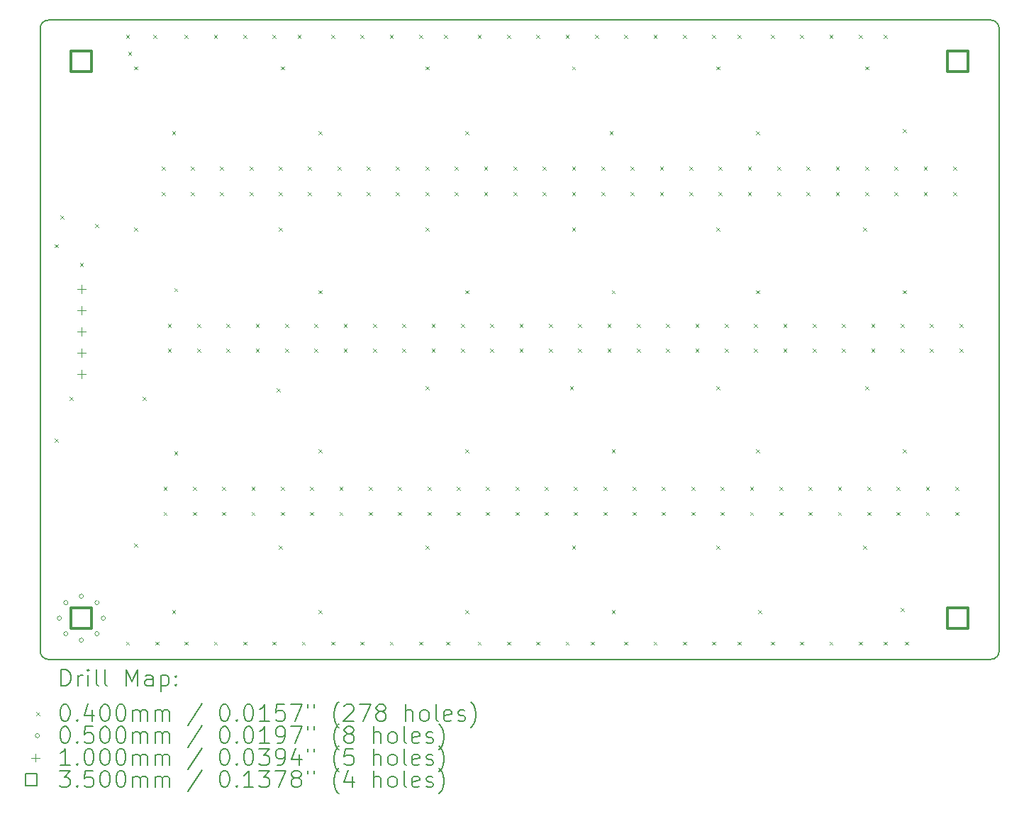
<source format=gbr>
%TF.GenerationSoftware,KiCad,Pcbnew,(6.0.7)*%
%TF.CreationDate,2022-11-11T00:26:03-08:00*%
%TF.ProjectId,LED_Board_s_,4c45445f-426f-4617-9264-5f735f2e6b69,rev?*%
%TF.SameCoordinates,Original*%
%TF.FileFunction,Drillmap*%
%TF.FilePolarity,Positive*%
%FSLAX45Y45*%
G04 Gerber Fmt 4.5, Leading zero omitted, Abs format (unit mm)*
G04 Created by KiCad (PCBNEW (6.0.7)) date 2022-11-11 00:26:03*
%MOMM*%
%LPD*%
G01*
G04 APERTURE LIST*
%ADD10C,0.150000*%
%ADD11C,0.200000*%
%ADD12C,0.040000*%
%ADD13C,0.050000*%
%ADD14C,0.100000*%
%ADD15C,0.350000*%
G04 APERTURE END LIST*
D10*
X26905789Y-9677289D02*
X26905789Y-17117289D01*
X26805789Y-17217289D02*
G75*
G03*
X26905789Y-17117289I1J99999D01*
G01*
X26905791Y-9677289D02*
G75*
G03*
X26805789Y-9577289I-100001J-1D01*
G01*
X15455791Y-17117289D02*
G75*
G03*
X15555789Y-17217289I99999J-1D01*
G01*
X15555789Y-9577289D02*
X26805789Y-9577289D01*
X26805789Y-17217289D02*
X15555789Y-17217289D01*
X15455789Y-9677289D02*
X15455789Y-17117289D01*
X15555789Y-9577289D02*
G75*
G03*
X15455789Y-9677289I1J-100001D01*
G01*
D11*
D12*
X15630000Y-12255000D02*
X15670000Y-12295000D01*
X15670000Y-12255000D02*
X15630000Y-12295000D01*
X15630000Y-14580000D02*
X15670000Y-14620000D01*
X15670000Y-14580000D02*
X15630000Y-14620000D01*
X15700000Y-11910000D02*
X15740000Y-11950000D01*
X15740000Y-11910000D02*
X15700000Y-11950000D01*
X15805000Y-14080000D02*
X15845000Y-14120000D01*
X15845000Y-14080000D02*
X15805000Y-14120000D01*
X15930000Y-12480000D02*
X15970000Y-12520000D01*
X15970000Y-12480000D02*
X15930000Y-12520000D01*
X16114375Y-12014375D02*
X16154375Y-12054375D01*
X16154375Y-12014375D02*
X16114375Y-12054375D01*
X16480000Y-9755000D02*
X16520000Y-9795000D01*
X16520000Y-9755000D02*
X16480000Y-9795000D01*
X16480000Y-17005000D02*
X16520000Y-17045000D01*
X16520000Y-17005000D02*
X16480000Y-17045000D01*
X16506461Y-9953539D02*
X16546461Y-9993539D01*
X16546461Y-9953539D02*
X16506461Y-9993539D01*
X16580000Y-10130000D02*
X16620000Y-10170000D01*
X16620000Y-10130000D02*
X16580000Y-10170000D01*
X16580000Y-12055000D02*
X16620000Y-12095000D01*
X16620000Y-12055000D02*
X16580000Y-12095000D01*
X16580000Y-15830000D02*
X16620000Y-15870000D01*
X16620000Y-15830000D02*
X16580000Y-15870000D01*
X16680000Y-14080000D02*
X16720000Y-14120000D01*
X16720000Y-14080000D02*
X16680000Y-14120000D01*
X16805000Y-9755000D02*
X16845000Y-9795000D01*
X16845000Y-9755000D02*
X16805000Y-9795000D01*
X16830000Y-17005000D02*
X16870000Y-17045000D01*
X16870000Y-17005000D02*
X16830000Y-17045000D01*
X16905000Y-11330000D02*
X16945000Y-11370000D01*
X16945000Y-11330000D02*
X16905000Y-11370000D01*
X16905000Y-11630000D02*
X16945000Y-11670000D01*
X16945000Y-11630000D02*
X16905000Y-11670000D01*
X16930000Y-15155000D02*
X16970000Y-15195000D01*
X16970000Y-15155000D02*
X16930000Y-15195000D01*
X16930000Y-15455000D02*
X16970000Y-15495000D01*
X16970000Y-15455000D02*
X16930000Y-15495000D01*
X16980000Y-13205000D02*
X17020000Y-13245000D01*
X17020000Y-13205000D02*
X16980000Y-13245000D01*
X16980000Y-13505000D02*
X17020000Y-13545000D01*
X17020000Y-13505000D02*
X16980000Y-13545000D01*
X17030000Y-10905000D02*
X17070000Y-10945000D01*
X17070000Y-10905000D02*
X17030000Y-10945000D01*
X17030000Y-16630000D02*
X17070000Y-16670000D01*
X17070000Y-16630000D02*
X17030000Y-16670000D01*
X17055000Y-12780000D02*
X17095000Y-12820000D01*
X17095000Y-12780000D02*
X17055000Y-12820000D01*
X17055000Y-14730000D02*
X17095000Y-14770000D01*
X17095000Y-14730000D02*
X17055000Y-14770000D01*
X17180000Y-9755000D02*
X17220000Y-9795000D01*
X17220000Y-9755000D02*
X17180000Y-9795000D01*
X17180000Y-17005000D02*
X17220000Y-17045000D01*
X17220000Y-17005000D02*
X17180000Y-17045000D01*
X17255000Y-11330000D02*
X17295000Y-11370000D01*
X17295000Y-11330000D02*
X17255000Y-11370000D01*
X17255000Y-11630000D02*
X17295000Y-11670000D01*
X17295000Y-11630000D02*
X17255000Y-11670000D01*
X17280000Y-15155000D02*
X17320000Y-15195000D01*
X17320000Y-15155000D02*
X17280000Y-15195000D01*
X17280000Y-15455000D02*
X17320000Y-15495000D01*
X17320000Y-15455000D02*
X17280000Y-15495000D01*
X17330000Y-13205000D02*
X17370000Y-13245000D01*
X17370000Y-13205000D02*
X17330000Y-13245000D01*
X17330000Y-13505000D02*
X17370000Y-13545000D01*
X17370000Y-13505000D02*
X17330000Y-13545000D01*
X17530000Y-9755000D02*
X17570000Y-9795000D01*
X17570000Y-9755000D02*
X17530000Y-9795000D01*
X17530000Y-17005000D02*
X17570000Y-17045000D01*
X17570000Y-17005000D02*
X17530000Y-17045000D01*
X17605000Y-11330000D02*
X17645000Y-11370000D01*
X17645000Y-11330000D02*
X17605000Y-11370000D01*
X17605000Y-11630000D02*
X17645000Y-11670000D01*
X17645000Y-11630000D02*
X17605000Y-11670000D01*
X17630000Y-15155000D02*
X17670000Y-15195000D01*
X17670000Y-15155000D02*
X17630000Y-15195000D01*
X17630000Y-15455000D02*
X17670000Y-15495000D01*
X17670000Y-15455000D02*
X17630000Y-15495000D01*
X17680000Y-13205000D02*
X17720000Y-13245000D01*
X17720000Y-13205000D02*
X17680000Y-13245000D01*
X17680000Y-13505000D02*
X17720000Y-13545000D01*
X17720000Y-13505000D02*
X17680000Y-13545000D01*
X17880000Y-9755000D02*
X17920000Y-9795000D01*
X17920000Y-9755000D02*
X17880000Y-9795000D01*
X17880000Y-17005000D02*
X17920000Y-17045000D01*
X17920000Y-17005000D02*
X17880000Y-17045000D01*
X17955000Y-11330000D02*
X17995000Y-11370000D01*
X17995000Y-11330000D02*
X17955000Y-11370000D01*
X17955000Y-11630000D02*
X17995000Y-11670000D01*
X17995000Y-11630000D02*
X17955000Y-11670000D01*
X17980000Y-15155000D02*
X18020000Y-15195000D01*
X18020000Y-15155000D02*
X17980000Y-15195000D01*
X17980000Y-15455000D02*
X18020000Y-15495000D01*
X18020000Y-15455000D02*
X17980000Y-15495000D01*
X18030000Y-13205000D02*
X18070000Y-13245000D01*
X18070000Y-13205000D02*
X18030000Y-13245000D01*
X18030000Y-13505000D02*
X18070000Y-13545000D01*
X18070000Y-13505000D02*
X18030000Y-13545000D01*
X18230000Y-9755000D02*
X18270000Y-9795000D01*
X18270000Y-9755000D02*
X18230000Y-9795000D01*
X18230000Y-17005000D02*
X18270000Y-17045000D01*
X18270000Y-17005000D02*
X18230000Y-17045000D01*
X18280000Y-13980000D02*
X18320000Y-14020000D01*
X18320000Y-13980000D02*
X18280000Y-14020000D01*
X18305000Y-11330000D02*
X18345000Y-11370000D01*
X18345000Y-11330000D02*
X18305000Y-11370000D01*
X18305000Y-11630000D02*
X18345000Y-11670000D01*
X18345000Y-11630000D02*
X18305000Y-11670000D01*
X18305000Y-12055000D02*
X18345000Y-12095000D01*
X18345000Y-12055000D02*
X18305000Y-12095000D01*
X18305000Y-15855000D02*
X18345000Y-15895000D01*
X18345000Y-15855000D02*
X18305000Y-15895000D01*
X18330000Y-10130000D02*
X18370000Y-10170000D01*
X18370000Y-10130000D02*
X18330000Y-10170000D01*
X18330000Y-15155000D02*
X18370000Y-15195000D01*
X18370000Y-15155000D02*
X18330000Y-15195000D01*
X18330000Y-15455000D02*
X18370000Y-15495000D01*
X18370000Y-15455000D02*
X18330000Y-15495000D01*
X18380000Y-13205000D02*
X18420000Y-13245000D01*
X18420000Y-13205000D02*
X18380000Y-13245000D01*
X18380000Y-13505000D02*
X18420000Y-13545000D01*
X18420000Y-13505000D02*
X18380000Y-13545000D01*
X18530000Y-9755000D02*
X18570000Y-9795000D01*
X18570000Y-9755000D02*
X18530000Y-9795000D01*
X18580000Y-17005000D02*
X18620000Y-17045000D01*
X18620000Y-17005000D02*
X18580000Y-17045000D01*
X18655000Y-11330000D02*
X18695000Y-11370000D01*
X18695000Y-11330000D02*
X18655000Y-11370000D01*
X18655000Y-11630000D02*
X18695000Y-11670000D01*
X18695000Y-11630000D02*
X18655000Y-11670000D01*
X18680000Y-15155000D02*
X18720000Y-15195000D01*
X18720000Y-15155000D02*
X18680000Y-15195000D01*
X18680000Y-15455000D02*
X18720000Y-15495000D01*
X18720000Y-15455000D02*
X18680000Y-15495000D01*
X18730000Y-13205000D02*
X18770000Y-13245000D01*
X18770000Y-13205000D02*
X18730000Y-13245000D01*
X18730000Y-13505000D02*
X18770000Y-13545000D01*
X18770000Y-13505000D02*
X18730000Y-13545000D01*
X18780000Y-10905000D02*
X18820000Y-10945000D01*
X18820000Y-10905000D02*
X18780000Y-10945000D01*
X18780000Y-12805000D02*
X18820000Y-12845000D01*
X18820000Y-12805000D02*
X18780000Y-12845000D01*
X18780000Y-14705000D02*
X18820000Y-14745000D01*
X18820000Y-14705000D02*
X18780000Y-14745000D01*
X18780000Y-16630000D02*
X18820000Y-16670000D01*
X18820000Y-16630000D02*
X18780000Y-16670000D01*
X18930000Y-9755000D02*
X18970000Y-9795000D01*
X18970000Y-9755000D02*
X18930000Y-9795000D01*
X18930000Y-17005000D02*
X18970000Y-17045000D01*
X18970000Y-17005000D02*
X18930000Y-17045000D01*
X19005000Y-11330000D02*
X19045000Y-11370000D01*
X19045000Y-11330000D02*
X19005000Y-11370000D01*
X19005000Y-11630000D02*
X19045000Y-11670000D01*
X19045000Y-11630000D02*
X19005000Y-11670000D01*
X19030000Y-15155000D02*
X19070000Y-15195000D01*
X19070000Y-15155000D02*
X19030000Y-15195000D01*
X19030000Y-15455000D02*
X19070000Y-15495000D01*
X19070000Y-15455000D02*
X19030000Y-15495000D01*
X19080000Y-13205000D02*
X19120000Y-13245000D01*
X19120000Y-13205000D02*
X19080000Y-13245000D01*
X19080000Y-13505000D02*
X19120000Y-13545000D01*
X19120000Y-13505000D02*
X19080000Y-13545000D01*
X19280000Y-9755000D02*
X19320000Y-9795000D01*
X19320000Y-9755000D02*
X19280000Y-9795000D01*
X19280000Y-17005000D02*
X19320000Y-17045000D01*
X19320000Y-17005000D02*
X19280000Y-17045000D01*
X19355000Y-11330000D02*
X19395000Y-11370000D01*
X19395000Y-11330000D02*
X19355000Y-11370000D01*
X19355000Y-11630000D02*
X19395000Y-11670000D01*
X19395000Y-11630000D02*
X19355000Y-11670000D01*
X19380000Y-15155000D02*
X19420000Y-15195000D01*
X19420000Y-15155000D02*
X19380000Y-15195000D01*
X19380000Y-15455000D02*
X19420000Y-15495000D01*
X19420000Y-15455000D02*
X19380000Y-15495000D01*
X19430000Y-13205000D02*
X19470000Y-13245000D01*
X19470000Y-13205000D02*
X19430000Y-13245000D01*
X19430000Y-13505000D02*
X19470000Y-13545000D01*
X19470000Y-13505000D02*
X19430000Y-13545000D01*
X19630000Y-9755000D02*
X19670000Y-9795000D01*
X19670000Y-9755000D02*
X19630000Y-9795000D01*
X19630000Y-17005000D02*
X19670000Y-17045000D01*
X19670000Y-17005000D02*
X19630000Y-17045000D01*
X19705000Y-11330000D02*
X19745000Y-11370000D01*
X19745000Y-11330000D02*
X19705000Y-11370000D01*
X19705000Y-11630000D02*
X19745000Y-11670000D01*
X19745000Y-11630000D02*
X19705000Y-11670000D01*
X19730000Y-15155000D02*
X19770000Y-15195000D01*
X19770000Y-15155000D02*
X19730000Y-15195000D01*
X19730000Y-15455000D02*
X19770000Y-15495000D01*
X19770000Y-15455000D02*
X19730000Y-15495000D01*
X19780000Y-13205000D02*
X19820000Y-13245000D01*
X19820000Y-13205000D02*
X19780000Y-13245000D01*
X19780000Y-13505000D02*
X19820000Y-13545000D01*
X19820000Y-13505000D02*
X19780000Y-13545000D01*
X19980000Y-9755000D02*
X20020000Y-9795000D01*
X20020000Y-9755000D02*
X19980000Y-9795000D01*
X19980000Y-17005000D02*
X20020000Y-17045000D01*
X20020000Y-17005000D02*
X19980000Y-17045000D01*
X20055000Y-10130000D02*
X20095000Y-10170000D01*
X20095000Y-10130000D02*
X20055000Y-10170000D01*
X20055000Y-11330000D02*
X20095000Y-11370000D01*
X20095000Y-11330000D02*
X20055000Y-11370000D01*
X20055000Y-11630000D02*
X20095000Y-11670000D01*
X20095000Y-11630000D02*
X20055000Y-11670000D01*
X20055000Y-12055000D02*
X20095000Y-12095000D01*
X20095000Y-12055000D02*
X20055000Y-12095000D01*
X20055000Y-13955000D02*
X20095000Y-13995000D01*
X20095000Y-13955000D02*
X20055000Y-13995000D01*
X20055000Y-15855000D02*
X20095000Y-15895000D01*
X20095000Y-15855000D02*
X20055000Y-15895000D01*
X20080000Y-15155000D02*
X20120000Y-15195000D01*
X20120000Y-15155000D02*
X20080000Y-15195000D01*
X20080000Y-15455000D02*
X20120000Y-15495000D01*
X20120000Y-15455000D02*
X20080000Y-15495000D01*
X20130000Y-13205000D02*
X20170000Y-13245000D01*
X20170000Y-13205000D02*
X20130000Y-13245000D01*
X20130000Y-13505000D02*
X20170000Y-13545000D01*
X20170000Y-13505000D02*
X20130000Y-13545000D01*
X20280000Y-9755000D02*
X20320000Y-9795000D01*
X20320000Y-9755000D02*
X20280000Y-9795000D01*
X20305000Y-17005000D02*
X20345000Y-17045000D01*
X20345000Y-17005000D02*
X20305000Y-17045000D01*
X20405000Y-11330000D02*
X20445000Y-11370000D01*
X20445000Y-11330000D02*
X20405000Y-11370000D01*
X20405000Y-11630000D02*
X20445000Y-11670000D01*
X20445000Y-11630000D02*
X20405000Y-11670000D01*
X20430000Y-15155000D02*
X20470000Y-15195000D01*
X20470000Y-15155000D02*
X20430000Y-15195000D01*
X20430000Y-15455000D02*
X20470000Y-15495000D01*
X20470000Y-15455000D02*
X20430000Y-15495000D01*
X20480000Y-13205000D02*
X20520000Y-13245000D01*
X20520000Y-13205000D02*
X20480000Y-13245000D01*
X20480000Y-13505000D02*
X20520000Y-13545000D01*
X20520000Y-13505000D02*
X20480000Y-13545000D01*
X20530000Y-10905000D02*
X20570000Y-10945000D01*
X20570000Y-10905000D02*
X20530000Y-10945000D01*
X20530000Y-12805000D02*
X20570000Y-12845000D01*
X20570000Y-12805000D02*
X20530000Y-12845000D01*
X20530000Y-14705000D02*
X20570000Y-14745000D01*
X20570000Y-14705000D02*
X20530000Y-14745000D01*
X20530000Y-16630000D02*
X20570000Y-16670000D01*
X20570000Y-16630000D02*
X20530000Y-16670000D01*
X20680000Y-9755000D02*
X20720000Y-9795000D01*
X20720000Y-9755000D02*
X20680000Y-9795000D01*
X20680000Y-17005000D02*
X20720000Y-17045000D01*
X20720000Y-17005000D02*
X20680000Y-17045000D01*
X20755000Y-11330000D02*
X20795000Y-11370000D01*
X20795000Y-11330000D02*
X20755000Y-11370000D01*
X20755000Y-11630000D02*
X20795000Y-11670000D01*
X20795000Y-11630000D02*
X20755000Y-11670000D01*
X20780000Y-15155000D02*
X20820000Y-15195000D01*
X20820000Y-15155000D02*
X20780000Y-15195000D01*
X20780000Y-15455000D02*
X20820000Y-15495000D01*
X20820000Y-15455000D02*
X20780000Y-15495000D01*
X20830000Y-13205000D02*
X20870000Y-13245000D01*
X20870000Y-13205000D02*
X20830000Y-13245000D01*
X20830000Y-13505000D02*
X20870000Y-13545000D01*
X20870000Y-13505000D02*
X20830000Y-13545000D01*
X21030000Y-9755000D02*
X21070000Y-9795000D01*
X21070000Y-9755000D02*
X21030000Y-9795000D01*
X21030000Y-17005000D02*
X21070000Y-17045000D01*
X21070000Y-17005000D02*
X21030000Y-17045000D01*
X21105000Y-11330000D02*
X21145000Y-11370000D01*
X21145000Y-11330000D02*
X21105000Y-11370000D01*
X21105000Y-11630000D02*
X21145000Y-11670000D01*
X21145000Y-11630000D02*
X21105000Y-11670000D01*
X21130000Y-15155000D02*
X21170000Y-15195000D01*
X21170000Y-15155000D02*
X21130000Y-15195000D01*
X21130000Y-15455000D02*
X21170000Y-15495000D01*
X21170000Y-15455000D02*
X21130000Y-15495000D01*
X21180000Y-13205000D02*
X21220000Y-13245000D01*
X21220000Y-13205000D02*
X21180000Y-13245000D01*
X21180000Y-13505000D02*
X21220000Y-13545000D01*
X21220000Y-13505000D02*
X21180000Y-13545000D01*
X21380000Y-9755000D02*
X21420000Y-9795000D01*
X21420000Y-9755000D02*
X21380000Y-9795000D01*
X21380000Y-17005000D02*
X21420000Y-17045000D01*
X21420000Y-17005000D02*
X21380000Y-17045000D01*
X21455000Y-11330000D02*
X21495000Y-11370000D01*
X21495000Y-11330000D02*
X21455000Y-11370000D01*
X21455000Y-11630000D02*
X21495000Y-11670000D01*
X21495000Y-11630000D02*
X21455000Y-11670000D01*
X21480000Y-15155000D02*
X21520000Y-15195000D01*
X21520000Y-15155000D02*
X21480000Y-15195000D01*
X21480000Y-15455000D02*
X21520000Y-15495000D01*
X21520000Y-15455000D02*
X21480000Y-15495000D01*
X21530000Y-13205000D02*
X21570000Y-13245000D01*
X21570000Y-13205000D02*
X21530000Y-13245000D01*
X21530000Y-13505000D02*
X21570000Y-13545000D01*
X21570000Y-13505000D02*
X21530000Y-13545000D01*
X21730000Y-9755000D02*
X21770000Y-9795000D01*
X21770000Y-9755000D02*
X21730000Y-9795000D01*
X21730000Y-17005000D02*
X21770000Y-17045000D01*
X21770000Y-17005000D02*
X21730000Y-17045000D01*
X21780000Y-13955000D02*
X21820000Y-13995000D01*
X21820000Y-13955000D02*
X21780000Y-13995000D01*
X21805000Y-10130000D02*
X21845000Y-10170000D01*
X21845000Y-10130000D02*
X21805000Y-10170000D01*
X21805000Y-11330000D02*
X21845000Y-11370000D01*
X21845000Y-11330000D02*
X21805000Y-11370000D01*
X21805000Y-11630000D02*
X21845000Y-11670000D01*
X21845000Y-11630000D02*
X21805000Y-11670000D01*
X21805000Y-12055000D02*
X21845000Y-12095000D01*
X21845000Y-12055000D02*
X21805000Y-12095000D01*
X21805000Y-15855000D02*
X21845000Y-15895000D01*
X21845000Y-15855000D02*
X21805000Y-15895000D01*
X21830000Y-15155000D02*
X21870000Y-15195000D01*
X21870000Y-15155000D02*
X21830000Y-15195000D01*
X21830000Y-15455000D02*
X21870000Y-15495000D01*
X21870000Y-15455000D02*
X21830000Y-15495000D01*
X21880000Y-13205000D02*
X21920000Y-13245000D01*
X21920000Y-13205000D02*
X21880000Y-13245000D01*
X21880000Y-13505000D02*
X21920000Y-13545000D01*
X21920000Y-13505000D02*
X21880000Y-13545000D01*
X22030000Y-17005000D02*
X22070000Y-17045000D01*
X22070000Y-17005000D02*
X22030000Y-17045000D01*
X22080000Y-9755000D02*
X22120000Y-9795000D01*
X22120000Y-9755000D02*
X22080000Y-9795000D01*
X22155000Y-11330000D02*
X22195000Y-11370000D01*
X22195000Y-11330000D02*
X22155000Y-11370000D01*
X22155000Y-11630000D02*
X22195000Y-11670000D01*
X22195000Y-11630000D02*
X22155000Y-11670000D01*
X22180000Y-15155000D02*
X22220000Y-15195000D01*
X22220000Y-15155000D02*
X22180000Y-15195000D01*
X22180000Y-15455000D02*
X22220000Y-15495000D01*
X22220000Y-15455000D02*
X22180000Y-15495000D01*
X22230000Y-13205000D02*
X22270000Y-13245000D01*
X22270000Y-13205000D02*
X22230000Y-13245000D01*
X22230000Y-13505000D02*
X22270000Y-13545000D01*
X22270000Y-13505000D02*
X22230000Y-13545000D01*
X22255000Y-10905000D02*
X22295000Y-10945000D01*
X22295000Y-10905000D02*
X22255000Y-10945000D01*
X22280000Y-12805000D02*
X22320000Y-12845000D01*
X22320000Y-12805000D02*
X22280000Y-12845000D01*
X22280000Y-14705000D02*
X22320000Y-14745000D01*
X22320000Y-14705000D02*
X22280000Y-14745000D01*
X22280000Y-16630000D02*
X22320000Y-16670000D01*
X22320000Y-16630000D02*
X22280000Y-16670000D01*
X22430000Y-9755000D02*
X22470000Y-9795000D01*
X22470000Y-9755000D02*
X22430000Y-9795000D01*
X22430000Y-17005000D02*
X22470000Y-17045000D01*
X22470000Y-17005000D02*
X22430000Y-17045000D01*
X22505000Y-11330000D02*
X22545000Y-11370000D01*
X22545000Y-11330000D02*
X22505000Y-11370000D01*
X22505000Y-11630000D02*
X22545000Y-11670000D01*
X22545000Y-11630000D02*
X22505000Y-11670000D01*
X22530000Y-15155000D02*
X22570000Y-15195000D01*
X22570000Y-15155000D02*
X22530000Y-15195000D01*
X22530000Y-15455000D02*
X22570000Y-15495000D01*
X22570000Y-15455000D02*
X22530000Y-15495000D01*
X22580000Y-13205000D02*
X22620000Y-13245000D01*
X22620000Y-13205000D02*
X22580000Y-13245000D01*
X22580000Y-13505000D02*
X22620000Y-13545000D01*
X22620000Y-13505000D02*
X22580000Y-13545000D01*
X22780000Y-9755000D02*
X22820000Y-9795000D01*
X22820000Y-9755000D02*
X22780000Y-9795000D01*
X22780000Y-17005000D02*
X22820000Y-17045000D01*
X22820000Y-17005000D02*
X22780000Y-17045000D01*
X22855000Y-11330000D02*
X22895000Y-11370000D01*
X22895000Y-11330000D02*
X22855000Y-11370000D01*
X22855000Y-11630000D02*
X22895000Y-11670000D01*
X22895000Y-11630000D02*
X22855000Y-11670000D01*
X22880000Y-15155000D02*
X22920000Y-15195000D01*
X22920000Y-15155000D02*
X22880000Y-15195000D01*
X22880000Y-15455000D02*
X22920000Y-15495000D01*
X22920000Y-15455000D02*
X22880000Y-15495000D01*
X22930000Y-13205000D02*
X22970000Y-13245000D01*
X22970000Y-13205000D02*
X22930000Y-13245000D01*
X22930000Y-13505000D02*
X22970000Y-13545000D01*
X22970000Y-13505000D02*
X22930000Y-13545000D01*
X23130000Y-9755000D02*
X23170000Y-9795000D01*
X23170000Y-9755000D02*
X23130000Y-9795000D01*
X23130000Y-17005000D02*
X23170000Y-17045000D01*
X23170000Y-17005000D02*
X23130000Y-17045000D01*
X23205000Y-11330000D02*
X23245000Y-11370000D01*
X23245000Y-11330000D02*
X23205000Y-11370000D01*
X23205000Y-11630000D02*
X23245000Y-11670000D01*
X23245000Y-11630000D02*
X23205000Y-11670000D01*
X23230000Y-15155000D02*
X23270000Y-15195000D01*
X23270000Y-15155000D02*
X23230000Y-15195000D01*
X23230000Y-15455000D02*
X23270000Y-15495000D01*
X23270000Y-15455000D02*
X23230000Y-15495000D01*
X23280000Y-13205000D02*
X23320000Y-13245000D01*
X23320000Y-13205000D02*
X23280000Y-13245000D01*
X23280000Y-13505000D02*
X23320000Y-13545000D01*
X23320000Y-13505000D02*
X23280000Y-13545000D01*
X23480000Y-9755000D02*
X23520000Y-9795000D01*
X23520000Y-9755000D02*
X23480000Y-9795000D01*
X23480000Y-17005000D02*
X23520000Y-17045000D01*
X23520000Y-17005000D02*
X23480000Y-17045000D01*
X23530000Y-10130000D02*
X23570000Y-10170000D01*
X23570000Y-10130000D02*
X23530000Y-10170000D01*
X23530000Y-12055000D02*
X23570000Y-12095000D01*
X23570000Y-12055000D02*
X23530000Y-12095000D01*
X23530000Y-13955000D02*
X23570000Y-13995000D01*
X23570000Y-13955000D02*
X23530000Y-13995000D01*
X23530000Y-15855000D02*
X23570000Y-15895000D01*
X23570000Y-15855000D02*
X23530000Y-15895000D01*
X23555000Y-11330000D02*
X23595000Y-11370000D01*
X23595000Y-11330000D02*
X23555000Y-11370000D01*
X23555000Y-11630000D02*
X23595000Y-11670000D01*
X23595000Y-11630000D02*
X23555000Y-11670000D01*
X23580000Y-15155000D02*
X23620000Y-15195000D01*
X23620000Y-15155000D02*
X23580000Y-15195000D01*
X23580000Y-15455000D02*
X23620000Y-15495000D01*
X23620000Y-15455000D02*
X23580000Y-15495000D01*
X23630000Y-13205000D02*
X23670000Y-13245000D01*
X23670000Y-13205000D02*
X23630000Y-13245000D01*
X23630000Y-13505000D02*
X23670000Y-13545000D01*
X23670000Y-13505000D02*
X23630000Y-13545000D01*
X23780000Y-9755000D02*
X23820000Y-9795000D01*
X23820000Y-9755000D02*
X23780000Y-9795000D01*
X23780000Y-17005000D02*
X23820000Y-17045000D01*
X23820000Y-17005000D02*
X23780000Y-17045000D01*
X23905000Y-11330000D02*
X23945000Y-11370000D01*
X23945000Y-11330000D02*
X23905000Y-11370000D01*
X23905000Y-11630000D02*
X23945000Y-11670000D01*
X23945000Y-11630000D02*
X23905000Y-11670000D01*
X23930000Y-15155000D02*
X23970000Y-15195000D01*
X23970000Y-15155000D02*
X23930000Y-15195000D01*
X23930000Y-15455000D02*
X23970000Y-15495000D01*
X23970000Y-15455000D02*
X23930000Y-15495000D01*
X23980000Y-13205000D02*
X24020000Y-13245000D01*
X24020000Y-13205000D02*
X23980000Y-13245000D01*
X23980000Y-13505000D02*
X24020000Y-13545000D01*
X24020000Y-13505000D02*
X23980000Y-13545000D01*
X24005000Y-10905000D02*
X24045000Y-10945000D01*
X24045000Y-10905000D02*
X24005000Y-10945000D01*
X24005000Y-12805000D02*
X24045000Y-12845000D01*
X24045000Y-12805000D02*
X24005000Y-12845000D01*
X24005000Y-14705000D02*
X24045000Y-14745000D01*
X24045000Y-14705000D02*
X24005000Y-14745000D01*
X24030000Y-16630000D02*
X24070000Y-16670000D01*
X24070000Y-16630000D02*
X24030000Y-16670000D01*
X24180000Y-9755000D02*
X24220000Y-9795000D01*
X24220000Y-9755000D02*
X24180000Y-9795000D01*
X24180000Y-17005000D02*
X24220000Y-17045000D01*
X24220000Y-17005000D02*
X24180000Y-17045000D01*
X24255000Y-11330000D02*
X24295000Y-11370000D01*
X24295000Y-11330000D02*
X24255000Y-11370000D01*
X24255000Y-11630000D02*
X24295000Y-11670000D01*
X24295000Y-11630000D02*
X24255000Y-11670000D01*
X24280000Y-15155000D02*
X24320000Y-15195000D01*
X24320000Y-15155000D02*
X24280000Y-15195000D01*
X24280000Y-15455000D02*
X24320000Y-15495000D01*
X24320000Y-15455000D02*
X24280000Y-15495000D01*
X24330000Y-13205000D02*
X24370000Y-13245000D01*
X24370000Y-13205000D02*
X24330000Y-13245000D01*
X24330000Y-13505000D02*
X24370000Y-13545000D01*
X24370000Y-13505000D02*
X24330000Y-13545000D01*
X24530000Y-9755000D02*
X24570000Y-9795000D01*
X24570000Y-9755000D02*
X24530000Y-9795000D01*
X24530000Y-17005000D02*
X24570000Y-17045000D01*
X24570000Y-17005000D02*
X24530000Y-17045000D01*
X24605000Y-11330000D02*
X24645000Y-11370000D01*
X24645000Y-11330000D02*
X24605000Y-11370000D01*
X24605000Y-11630000D02*
X24645000Y-11670000D01*
X24645000Y-11630000D02*
X24605000Y-11670000D01*
X24630000Y-15155000D02*
X24670000Y-15195000D01*
X24670000Y-15155000D02*
X24630000Y-15195000D01*
X24630000Y-15455000D02*
X24670000Y-15495000D01*
X24670000Y-15455000D02*
X24630000Y-15495000D01*
X24680000Y-13205000D02*
X24720000Y-13245000D01*
X24720000Y-13205000D02*
X24680000Y-13245000D01*
X24680000Y-13505000D02*
X24720000Y-13545000D01*
X24720000Y-13505000D02*
X24680000Y-13545000D01*
X24880000Y-9755000D02*
X24920000Y-9795000D01*
X24920000Y-9755000D02*
X24880000Y-9795000D01*
X24880000Y-17005000D02*
X24920000Y-17045000D01*
X24920000Y-17005000D02*
X24880000Y-17045000D01*
X24955000Y-11330000D02*
X24995000Y-11370000D01*
X24995000Y-11330000D02*
X24955000Y-11370000D01*
X24955000Y-11630000D02*
X24995000Y-11670000D01*
X24995000Y-11630000D02*
X24955000Y-11670000D01*
X24980000Y-15155000D02*
X25020000Y-15195000D01*
X25020000Y-15155000D02*
X24980000Y-15195000D01*
X24980000Y-15455000D02*
X25020000Y-15495000D01*
X25020000Y-15455000D02*
X24980000Y-15495000D01*
X25030000Y-13205000D02*
X25070000Y-13245000D01*
X25070000Y-13205000D02*
X25030000Y-13245000D01*
X25030000Y-13505000D02*
X25070000Y-13545000D01*
X25070000Y-13505000D02*
X25030000Y-13545000D01*
X25230000Y-9755000D02*
X25270000Y-9795000D01*
X25270000Y-9755000D02*
X25230000Y-9795000D01*
X25230000Y-17005000D02*
X25270000Y-17045000D01*
X25270000Y-17005000D02*
X25230000Y-17045000D01*
X25280000Y-12055000D02*
X25320000Y-12095000D01*
X25320000Y-12055000D02*
X25280000Y-12095000D01*
X25280000Y-15855000D02*
X25320000Y-15895000D01*
X25320000Y-15855000D02*
X25280000Y-15895000D01*
X25305000Y-10130000D02*
X25345000Y-10170000D01*
X25345000Y-10130000D02*
X25305000Y-10170000D01*
X25305000Y-11330000D02*
X25345000Y-11370000D01*
X25345000Y-11330000D02*
X25305000Y-11370000D01*
X25305000Y-11630000D02*
X25345000Y-11670000D01*
X25345000Y-11630000D02*
X25305000Y-11670000D01*
X25305000Y-13955000D02*
X25345000Y-13995000D01*
X25345000Y-13955000D02*
X25305000Y-13995000D01*
X25330000Y-15155000D02*
X25370000Y-15195000D01*
X25370000Y-15155000D02*
X25330000Y-15195000D01*
X25330000Y-15455000D02*
X25370000Y-15495000D01*
X25370000Y-15455000D02*
X25330000Y-15495000D01*
X25380000Y-13205000D02*
X25420000Y-13245000D01*
X25420000Y-13205000D02*
X25380000Y-13245000D01*
X25380000Y-13505000D02*
X25420000Y-13545000D01*
X25420000Y-13505000D02*
X25380000Y-13545000D01*
X25530000Y-9755000D02*
X25570000Y-9795000D01*
X25570000Y-9755000D02*
X25530000Y-9795000D01*
X25530000Y-17005000D02*
X25570000Y-17045000D01*
X25570000Y-17005000D02*
X25530000Y-17045000D01*
X25655000Y-11330000D02*
X25695000Y-11370000D01*
X25695000Y-11330000D02*
X25655000Y-11370000D01*
X25655000Y-11630000D02*
X25695000Y-11670000D01*
X25695000Y-11630000D02*
X25655000Y-11670000D01*
X25680000Y-15155000D02*
X25720000Y-15195000D01*
X25720000Y-15155000D02*
X25680000Y-15195000D01*
X25680000Y-15455000D02*
X25720000Y-15495000D01*
X25720000Y-15455000D02*
X25680000Y-15495000D01*
X25730000Y-13205000D02*
X25770000Y-13245000D01*
X25770000Y-13205000D02*
X25730000Y-13245000D01*
X25730000Y-13505000D02*
X25770000Y-13545000D01*
X25770000Y-13505000D02*
X25730000Y-13545000D01*
X25730000Y-16605000D02*
X25770000Y-16645000D01*
X25770000Y-16605000D02*
X25730000Y-16645000D01*
X25755000Y-10880000D02*
X25795000Y-10920000D01*
X25795000Y-10880000D02*
X25755000Y-10920000D01*
X25755000Y-12805000D02*
X25795000Y-12845000D01*
X25795000Y-12805000D02*
X25755000Y-12845000D01*
X25755000Y-14705000D02*
X25795000Y-14745000D01*
X25795000Y-14705000D02*
X25755000Y-14745000D01*
X25780000Y-17005000D02*
X25820000Y-17045000D01*
X25820000Y-17005000D02*
X25780000Y-17045000D01*
X26005000Y-11330000D02*
X26045000Y-11370000D01*
X26045000Y-11330000D02*
X26005000Y-11370000D01*
X26005000Y-11630000D02*
X26045000Y-11670000D01*
X26045000Y-11630000D02*
X26005000Y-11670000D01*
X26030000Y-15155000D02*
X26070000Y-15195000D01*
X26070000Y-15155000D02*
X26030000Y-15195000D01*
X26030000Y-15455000D02*
X26070000Y-15495000D01*
X26070000Y-15455000D02*
X26030000Y-15495000D01*
X26080000Y-13205000D02*
X26120000Y-13245000D01*
X26120000Y-13205000D02*
X26080000Y-13245000D01*
X26080000Y-13505000D02*
X26120000Y-13545000D01*
X26120000Y-13505000D02*
X26080000Y-13545000D01*
X26355000Y-11330000D02*
X26395000Y-11370000D01*
X26395000Y-11330000D02*
X26355000Y-11370000D01*
X26355000Y-11630000D02*
X26395000Y-11670000D01*
X26395000Y-11630000D02*
X26355000Y-11670000D01*
X26380000Y-15155000D02*
X26420000Y-15195000D01*
X26420000Y-15155000D02*
X26380000Y-15195000D01*
X26380000Y-15455000D02*
X26420000Y-15495000D01*
X26420000Y-15455000D02*
X26380000Y-15495000D01*
X26430000Y-13205000D02*
X26470000Y-13245000D01*
X26470000Y-13205000D02*
X26430000Y-13245000D01*
X26430000Y-13505000D02*
X26470000Y-13545000D01*
X26470000Y-13505000D02*
X26430000Y-13545000D01*
D13*
X15710789Y-16724789D02*
G75*
G03*
X15710789Y-16724789I-25000J0D01*
G01*
X15787674Y-16539174D02*
G75*
G03*
X15787674Y-16539174I-25000J0D01*
G01*
X15787674Y-16910405D02*
G75*
G03*
X15787674Y-16910405I-25000J0D01*
G01*
X15973289Y-16462289D02*
G75*
G03*
X15973289Y-16462289I-25000J0D01*
G01*
X15973289Y-16987289D02*
G75*
G03*
X15973289Y-16987289I-25000J0D01*
G01*
X16158905Y-16539174D02*
G75*
G03*
X16158905Y-16539174I-25000J0D01*
G01*
X16158905Y-16910405D02*
G75*
G03*
X16158905Y-16910405I-25000J0D01*
G01*
X16235789Y-16724789D02*
G75*
G03*
X16235789Y-16724789I-25000J0D01*
G01*
D14*
X15950000Y-12742500D02*
X15950000Y-12842500D01*
X15900000Y-12792500D02*
X16000000Y-12792500D01*
X15950000Y-12996500D02*
X15950000Y-13096500D01*
X15900000Y-13046500D02*
X16000000Y-13046500D01*
X15950000Y-13250500D02*
X15950000Y-13350500D01*
X15900000Y-13300500D02*
X16000000Y-13300500D01*
X15950000Y-13504500D02*
X15950000Y-13604500D01*
X15900000Y-13554500D02*
X16000000Y-13554500D01*
X15950000Y-13758500D02*
X15950000Y-13858500D01*
X15900000Y-13808500D02*
X16000000Y-13808500D01*
D15*
X16072034Y-10193534D02*
X16072034Y-9946044D01*
X15824544Y-9946044D01*
X15824544Y-10193534D01*
X16072034Y-10193534D01*
X16072034Y-16848534D02*
X16072034Y-16601044D01*
X15824544Y-16601044D01*
X15824544Y-16848534D01*
X16072034Y-16848534D01*
X26537034Y-10193534D02*
X26537034Y-9946044D01*
X26289544Y-9946044D01*
X26289544Y-10193534D01*
X26537034Y-10193534D01*
X26537034Y-16848534D02*
X26537034Y-16601044D01*
X26289544Y-16601044D01*
X26289544Y-16848534D01*
X26537034Y-16848534D01*
D11*
X15705908Y-17535265D02*
X15705908Y-17335265D01*
X15753527Y-17335265D01*
X15782099Y-17344789D01*
X15801146Y-17363837D01*
X15810670Y-17382885D01*
X15820194Y-17420980D01*
X15820194Y-17449551D01*
X15810670Y-17487646D01*
X15801146Y-17506694D01*
X15782099Y-17525742D01*
X15753527Y-17535265D01*
X15705908Y-17535265D01*
X15905908Y-17535265D02*
X15905908Y-17401932D01*
X15905908Y-17440027D02*
X15915432Y-17420980D01*
X15924956Y-17411456D01*
X15944003Y-17401932D01*
X15963051Y-17401932D01*
X16029718Y-17535265D02*
X16029718Y-17401932D01*
X16029718Y-17335265D02*
X16020194Y-17344789D01*
X16029718Y-17354313D01*
X16039242Y-17344789D01*
X16029718Y-17335265D01*
X16029718Y-17354313D01*
X16153527Y-17535265D02*
X16134480Y-17525742D01*
X16124956Y-17506694D01*
X16124956Y-17335265D01*
X16258289Y-17535265D02*
X16239242Y-17525742D01*
X16229718Y-17506694D01*
X16229718Y-17335265D01*
X16486861Y-17535265D02*
X16486861Y-17335265D01*
X16553527Y-17478123D01*
X16620194Y-17335265D01*
X16620194Y-17535265D01*
X16801146Y-17535265D02*
X16801146Y-17430504D01*
X16791623Y-17411456D01*
X16772575Y-17401932D01*
X16734480Y-17401932D01*
X16715432Y-17411456D01*
X16801146Y-17525742D02*
X16782099Y-17535265D01*
X16734480Y-17535265D01*
X16715432Y-17525742D01*
X16705908Y-17506694D01*
X16705908Y-17487646D01*
X16715432Y-17468599D01*
X16734480Y-17459075D01*
X16782099Y-17459075D01*
X16801146Y-17449551D01*
X16896385Y-17401932D02*
X16896385Y-17601932D01*
X16896385Y-17411456D02*
X16915432Y-17401932D01*
X16953527Y-17401932D01*
X16972575Y-17411456D01*
X16982099Y-17420980D01*
X16991623Y-17440027D01*
X16991623Y-17497170D01*
X16982099Y-17516218D01*
X16972575Y-17525742D01*
X16953527Y-17535265D01*
X16915432Y-17535265D01*
X16896385Y-17525742D01*
X17077337Y-17516218D02*
X17086861Y-17525742D01*
X17077337Y-17535265D01*
X17067813Y-17525742D01*
X17077337Y-17516218D01*
X17077337Y-17535265D01*
X17077337Y-17411456D02*
X17086861Y-17420980D01*
X17077337Y-17430504D01*
X17067813Y-17420980D01*
X17077337Y-17411456D01*
X17077337Y-17430504D01*
D12*
X15408289Y-17844789D02*
X15448289Y-17884789D01*
X15448289Y-17844789D02*
X15408289Y-17884789D01*
D11*
X15744003Y-17755265D02*
X15763051Y-17755265D01*
X15782099Y-17764789D01*
X15791623Y-17774313D01*
X15801146Y-17793361D01*
X15810670Y-17831456D01*
X15810670Y-17879075D01*
X15801146Y-17917170D01*
X15791623Y-17936218D01*
X15782099Y-17945742D01*
X15763051Y-17955265D01*
X15744003Y-17955265D01*
X15724956Y-17945742D01*
X15715432Y-17936218D01*
X15705908Y-17917170D01*
X15696384Y-17879075D01*
X15696384Y-17831456D01*
X15705908Y-17793361D01*
X15715432Y-17774313D01*
X15724956Y-17764789D01*
X15744003Y-17755265D01*
X15896384Y-17936218D02*
X15905908Y-17945742D01*
X15896384Y-17955265D01*
X15886861Y-17945742D01*
X15896384Y-17936218D01*
X15896384Y-17955265D01*
X16077337Y-17821932D02*
X16077337Y-17955265D01*
X16029718Y-17745742D02*
X15982099Y-17888599D01*
X16105908Y-17888599D01*
X16220194Y-17755265D02*
X16239242Y-17755265D01*
X16258289Y-17764789D01*
X16267813Y-17774313D01*
X16277337Y-17793361D01*
X16286861Y-17831456D01*
X16286861Y-17879075D01*
X16277337Y-17917170D01*
X16267813Y-17936218D01*
X16258289Y-17945742D01*
X16239242Y-17955265D01*
X16220194Y-17955265D01*
X16201146Y-17945742D01*
X16191623Y-17936218D01*
X16182099Y-17917170D01*
X16172575Y-17879075D01*
X16172575Y-17831456D01*
X16182099Y-17793361D01*
X16191623Y-17774313D01*
X16201146Y-17764789D01*
X16220194Y-17755265D01*
X16410670Y-17755265D02*
X16429718Y-17755265D01*
X16448765Y-17764789D01*
X16458289Y-17774313D01*
X16467813Y-17793361D01*
X16477337Y-17831456D01*
X16477337Y-17879075D01*
X16467813Y-17917170D01*
X16458289Y-17936218D01*
X16448765Y-17945742D01*
X16429718Y-17955265D01*
X16410670Y-17955265D01*
X16391623Y-17945742D01*
X16382099Y-17936218D01*
X16372575Y-17917170D01*
X16363051Y-17879075D01*
X16363051Y-17831456D01*
X16372575Y-17793361D01*
X16382099Y-17774313D01*
X16391623Y-17764789D01*
X16410670Y-17755265D01*
X16563051Y-17955265D02*
X16563051Y-17821932D01*
X16563051Y-17840980D02*
X16572575Y-17831456D01*
X16591623Y-17821932D01*
X16620194Y-17821932D01*
X16639242Y-17831456D01*
X16648765Y-17850504D01*
X16648765Y-17955265D01*
X16648765Y-17850504D02*
X16658289Y-17831456D01*
X16677337Y-17821932D01*
X16705908Y-17821932D01*
X16724956Y-17831456D01*
X16734480Y-17850504D01*
X16734480Y-17955265D01*
X16829718Y-17955265D02*
X16829718Y-17821932D01*
X16829718Y-17840980D02*
X16839242Y-17831456D01*
X16858289Y-17821932D01*
X16886861Y-17821932D01*
X16905908Y-17831456D01*
X16915432Y-17850504D01*
X16915432Y-17955265D01*
X16915432Y-17850504D02*
X16924956Y-17831456D01*
X16944004Y-17821932D01*
X16972575Y-17821932D01*
X16991623Y-17831456D01*
X17001146Y-17850504D01*
X17001146Y-17955265D01*
X17391623Y-17745742D02*
X17220194Y-18002885D01*
X17648765Y-17755265D02*
X17667813Y-17755265D01*
X17686861Y-17764789D01*
X17696385Y-17774313D01*
X17705908Y-17793361D01*
X17715432Y-17831456D01*
X17715432Y-17879075D01*
X17705908Y-17917170D01*
X17696385Y-17936218D01*
X17686861Y-17945742D01*
X17667813Y-17955265D01*
X17648765Y-17955265D01*
X17629718Y-17945742D01*
X17620194Y-17936218D01*
X17610670Y-17917170D01*
X17601146Y-17879075D01*
X17601146Y-17831456D01*
X17610670Y-17793361D01*
X17620194Y-17774313D01*
X17629718Y-17764789D01*
X17648765Y-17755265D01*
X17801146Y-17936218D02*
X17810670Y-17945742D01*
X17801146Y-17955265D01*
X17791623Y-17945742D01*
X17801146Y-17936218D01*
X17801146Y-17955265D01*
X17934480Y-17755265D02*
X17953527Y-17755265D01*
X17972575Y-17764789D01*
X17982099Y-17774313D01*
X17991623Y-17793361D01*
X18001146Y-17831456D01*
X18001146Y-17879075D01*
X17991623Y-17917170D01*
X17982099Y-17936218D01*
X17972575Y-17945742D01*
X17953527Y-17955265D01*
X17934480Y-17955265D01*
X17915432Y-17945742D01*
X17905908Y-17936218D01*
X17896385Y-17917170D01*
X17886861Y-17879075D01*
X17886861Y-17831456D01*
X17896385Y-17793361D01*
X17905908Y-17774313D01*
X17915432Y-17764789D01*
X17934480Y-17755265D01*
X18191623Y-17955265D02*
X18077337Y-17955265D01*
X18134480Y-17955265D02*
X18134480Y-17755265D01*
X18115432Y-17783837D01*
X18096385Y-17802885D01*
X18077337Y-17812408D01*
X18372575Y-17755265D02*
X18277337Y-17755265D01*
X18267813Y-17850504D01*
X18277337Y-17840980D01*
X18296385Y-17831456D01*
X18344004Y-17831456D01*
X18363051Y-17840980D01*
X18372575Y-17850504D01*
X18382099Y-17869551D01*
X18382099Y-17917170D01*
X18372575Y-17936218D01*
X18363051Y-17945742D01*
X18344004Y-17955265D01*
X18296385Y-17955265D01*
X18277337Y-17945742D01*
X18267813Y-17936218D01*
X18448765Y-17755265D02*
X18582099Y-17755265D01*
X18496385Y-17955265D01*
X18648765Y-17755265D02*
X18648765Y-17793361D01*
X18724956Y-17755265D02*
X18724956Y-17793361D01*
X19020194Y-18031456D02*
X19010670Y-18021932D01*
X18991623Y-17993361D01*
X18982099Y-17974313D01*
X18972575Y-17945742D01*
X18963051Y-17898123D01*
X18963051Y-17860027D01*
X18972575Y-17812408D01*
X18982099Y-17783837D01*
X18991623Y-17764789D01*
X19010670Y-17736218D01*
X19020194Y-17726694D01*
X19086861Y-17774313D02*
X19096385Y-17764789D01*
X19115432Y-17755265D01*
X19163051Y-17755265D01*
X19182099Y-17764789D01*
X19191623Y-17774313D01*
X19201146Y-17793361D01*
X19201146Y-17812408D01*
X19191623Y-17840980D01*
X19077337Y-17955265D01*
X19201146Y-17955265D01*
X19267813Y-17755265D02*
X19401146Y-17755265D01*
X19315432Y-17955265D01*
X19505908Y-17840980D02*
X19486861Y-17831456D01*
X19477337Y-17821932D01*
X19467813Y-17802885D01*
X19467813Y-17793361D01*
X19477337Y-17774313D01*
X19486861Y-17764789D01*
X19505908Y-17755265D01*
X19544004Y-17755265D01*
X19563051Y-17764789D01*
X19572575Y-17774313D01*
X19582099Y-17793361D01*
X19582099Y-17802885D01*
X19572575Y-17821932D01*
X19563051Y-17831456D01*
X19544004Y-17840980D01*
X19505908Y-17840980D01*
X19486861Y-17850504D01*
X19477337Y-17860027D01*
X19467813Y-17879075D01*
X19467813Y-17917170D01*
X19477337Y-17936218D01*
X19486861Y-17945742D01*
X19505908Y-17955265D01*
X19544004Y-17955265D01*
X19563051Y-17945742D01*
X19572575Y-17936218D01*
X19582099Y-17917170D01*
X19582099Y-17879075D01*
X19572575Y-17860027D01*
X19563051Y-17850504D01*
X19544004Y-17840980D01*
X19820194Y-17955265D02*
X19820194Y-17755265D01*
X19905908Y-17955265D02*
X19905908Y-17850504D01*
X19896385Y-17831456D01*
X19877337Y-17821932D01*
X19848765Y-17821932D01*
X19829718Y-17831456D01*
X19820194Y-17840980D01*
X20029718Y-17955265D02*
X20010670Y-17945742D01*
X20001146Y-17936218D01*
X19991623Y-17917170D01*
X19991623Y-17860027D01*
X20001146Y-17840980D01*
X20010670Y-17831456D01*
X20029718Y-17821932D01*
X20058289Y-17821932D01*
X20077337Y-17831456D01*
X20086861Y-17840980D01*
X20096385Y-17860027D01*
X20096385Y-17917170D01*
X20086861Y-17936218D01*
X20077337Y-17945742D01*
X20058289Y-17955265D01*
X20029718Y-17955265D01*
X20210670Y-17955265D02*
X20191623Y-17945742D01*
X20182099Y-17926694D01*
X20182099Y-17755265D01*
X20363051Y-17945742D02*
X20344004Y-17955265D01*
X20305908Y-17955265D01*
X20286861Y-17945742D01*
X20277337Y-17926694D01*
X20277337Y-17850504D01*
X20286861Y-17831456D01*
X20305908Y-17821932D01*
X20344004Y-17821932D01*
X20363051Y-17831456D01*
X20372575Y-17850504D01*
X20372575Y-17869551D01*
X20277337Y-17888599D01*
X20448765Y-17945742D02*
X20467813Y-17955265D01*
X20505908Y-17955265D01*
X20524956Y-17945742D01*
X20534480Y-17926694D01*
X20534480Y-17917170D01*
X20524956Y-17898123D01*
X20505908Y-17888599D01*
X20477337Y-17888599D01*
X20458289Y-17879075D01*
X20448765Y-17860027D01*
X20448765Y-17850504D01*
X20458289Y-17831456D01*
X20477337Y-17821932D01*
X20505908Y-17821932D01*
X20524956Y-17831456D01*
X20601146Y-18031456D02*
X20610670Y-18021932D01*
X20629718Y-17993361D01*
X20639242Y-17974313D01*
X20648765Y-17945742D01*
X20658289Y-17898123D01*
X20658289Y-17860027D01*
X20648765Y-17812408D01*
X20639242Y-17783837D01*
X20629718Y-17764789D01*
X20610670Y-17736218D01*
X20601146Y-17726694D01*
D13*
X15448289Y-18128789D02*
G75*
G03*
X15448289Y-18128789I-25000J0D01*
G01*
D11*
X15744003Y-18019265D02*
X15763051Y-18019265D01*
X15782099Y-18028789D01*
X15791623Y-18038313D01*
X15801146Y-18057361D01*
X15810670Y-18095456D01*
X15810670Y-18143075D01*
X15801146Y-18181170D01*
X15791623Y-18200218D01*
X15782099Y-18209742D01*
X15763051Y-18219265D01*
X15744003Y-18219265D01*
X15724956Y-18209742D01*
X15715432Y-18200218D01*
X15705908Y-18181170D01*
X15696384Y-18143075D01*
X15696384Y-18095456D01*
X15705908Y-18057361D01*
X15715432Y-18038313D01*
X15724956Y-18028789D01*
X15744003Y-18019265D01*
X15896384Y-18200218D02*
X15905908Y-18209742D01*
X15896384Y-18219265D01*
X15886861Y-18209742D01*
X15896384Y-18200218D01*
X15896384Y-18219265D01*
X16086861Y-18019265D02*
X15991623Y-18019265D01*
X15982099Y-18114504D01*
X15991623Y-18104980D01*
X16010670Y-18095456D01*
X16058289Y-18095456D01*
X16077337Y-18104980D01*
X16086861Y-18114504D01*
X16096384Y-18133551D01*
X16096384Y-18181170D01*
X16086861Y-18200218D01*
X16077337Y-18209742D01*
X16058289Y-18219265D01*
X16010670Y-18219265D01*
X15991623Y-18209742D01*
X15982099Y-18200218D01*
X16220194Y-18019265D02*
X16239242Y-18019265D01*
X16258289Y-18028789D01*
X16267813Y-18038313D01*
X16277337Y-18057361D01*
X16286861Y-18095456D01*
X16286861Y-18143075D01*
X16277337Y-18181170D01*
X16267813Y-18200218D01*
X16258289Y-18209742D01*
X16239242Y-18219265D01*
X16220194Y-18219265D01*
X16201146Y-18209742D01*
X16191623Y-18200218D01*
X16182099Y-18181170D01*
X16172575Y-18143075D01*
X16172575Y-18095456D01*
X16182099Y-18057361D01*
X16191623Y-18038313D01*
X16201146Y-18028789D01*
X16220194Y-18019265D01*
X16410670Y-18019265D02*
X16429718Y-18019265D01*
X16448765Y-18028789D01*
X16458289Y-18038313D01*
X16467813Y-18057361D01*
X16477337Y-18095456D01*
X16477337Y-18143075D01*
X16467813Y-18181170D01*
X16458289Y-18200218D01*
X16448765Y-18209742D01*
X16429718Y-18219265D01*
X16410670Y-18219265D01*
X16391623Y-18209742D01*
X16382099Y-18200218D01*
X16372575Y-18181170D01*
X16363051Y-18143075D01*
X16363051Y-18095456D01*
X16372575Y-18057361D01*
X16382099Y-18038313D01*
X16391623Y-18028789D01*
X16410670Y-18019265D01*
X16563051Y-18219265D02*
X16563051Y-18085932D01*
X16563051Y-18104980D02*
X16572575Y-18095456D01*
X16591623Y-18085932D01*
X16620194Y-18085932D01*
X16639242Y-18095456D01*
X16648765Y-18114504D01*
X16648765Y-18219265D01*
X16648765Y-18114504D02*
X16658289Y-18095456D01*
X16677337Y-18085932D01*
X16705908Y-18085932D01*
X16724956Y-18095456D01*
X16734480Y-18114504D01*
X16734480Y-18219265D01*
X16829718Y-18219265D02*
X16829718Y-18085932D01*
X16829718Y-18104980D02*
X16839242Y-18095456D01*
X16858289Y-18085932D01*
X16886861Y-18085932D01*
X16905908Y-18095456D01*
X16915432Y-18114504D01*
X16915432Y-18219265D01*
X16915432Y-18114504D02*
X16924956Y-18095456D01*
X16944004Y-18085932D01*
X16972575Y-18085932D01*
X16991623Y-18095456D01*
X17001146Y-18114504D01*
X17001146Y-18219265D01*
X17391623Y-18009742D02*
X17220194Y-18266885D01*
X17648765Y-18019265D02*
X17667813Y-18019265D01*
X17686861Y-18028789D01*
X17696385Y-18038313D01*
X17705908Y-18057361D01*
X17715432Y-18095456D01*
X17715432Y-18143075D01*
X17705908Y-18181170D01*
X17696385Y-18200218D01*
X17686861Y-18209742D01*
X17667813Y-18219265D01*
X17648765Y-18219265D01*
X17629718Y-18209742D01*
X17620194Y-18200218D01*
X17610670Y-18181170D01*
X17601146Y-18143075D01*
X17601146Y-18095456D01*
X17610670Y-18057361D01*
X17620194Y-18038313D01*
X17629718Y-18028789D01*
X17648765Y-18019265D01*
X17801146Y-18200218D02*
X17810670Y-18209742D01*
X17801146Y-18219265D01*
X17791623Y-18209742D01*
X17801146Y-18200218D01*
X17801146Y-18219265D01*
X17934480Y-18019265D02*
X17953527Y-18019265D01*
X17972575Y-18028789D01*
X17982099Y-18038313D01*
X17991623Y-18057361D01*
X18001146Y-18095456D01*
X18001146Y-18143075D01*
X17991623Y-18181170D01*
X17982099Y-18200218D01*
X17972575Y-18209742D01*
X17953527Y-18219265D01*
X17934480Y-18219265D01*
X17915432Y-18209742D01*
X17905908Y-18200218D01*
X17896385Y-18181170D01*
X17886861Y-18143075D01*
X17886861Y-18095456D01*
X17896385Y-18057361D01*
X17905908Y-18038313D01*
X17915432Y-18028789D01*
X17934480Y-18019265D01*
X18191623Y-18219265D02*
X18077337Y-18219265D01*
X18134480Y-18219265D02*
X18134480Y-18019265D01*
X18115432Y-18047837D01*
X18096385Y-18066885D01*
X18077337Y-18076408D01*
X18286861Y-18219265D02*
X18324956Y-18219265D01*
X18344004Y-18209742D01*
X18353527Y-18200218D01*
X18372575Y-18171646D01*
X18382099Y-18133551D01*
X18382099Y-18057361D01*
X18372575Y-18038313D01*
X18363051Y-18028789D01*
X18344004Y-18019265D01*
X18305908Y-18019265D01*
X18286861Y-18028789D01*
X18277337Y-18038313D01*
X18267813Y-18057361D01*
X18267813Y-18104980D01*
X18277337Y-18124027D01*
X18286861Y-18133551D01*
X18305908Y-18143075D01*
X18344004Y-18143075D01*
X18363051Y-18133551D01*
X18372575Y-18124027D01*
X18382099Y-18104980D01*
X18448765Y-18019265D02*
X18582099Y-18019265D01*
X18496385Y-18219265D01*
X18648765Y-18019265D02*
X18648765Y-18057361D01*
X18724956Y-18019265D02*
X18724956Y-18057361D01*
X19020194Y-18295456D02*
X19010670Y-18285932D01*
X18991623Y-18257361D01*
X18982099Y-18238313D01*
X18972575Y-18209742D01*
X18963051Y-18162123D01*
X18963051Y-18124027D01*
X18972575Y-18076408D01*
X18982099Y-18047837D01*
X18991623Y-18028789D01*
X19010670Y-18000218D01*
X19020194Y-17990694D01*
X19124956Y-18104980D02*
X19105908Y-18095456D01*
X19096385Y-18085932D01*
X19086861Y-18066885D01*
X19086861Y-18057361D01*
X19096385Y-18038313D01*
X19105908Y-18028789D01*
X19124956Y-18019265D01*
X19163051Y-18019265D01*
X19182099Y-18028789D01*
X19191623Y-18038313D01*
X19201146Y-18057361D01*
X19201146Y-18066885D01*
X19191623Y-18085932D01*
X19182099Y-18095456D01*
X19163051Y-18104980D01*
X19124956Y-18104980D01*
X19105908Y-18114504D01*
X19096385Y-18124027D01*
X19086861Y-18143075D01*
X19086861Y-18181170D01*
X19096385Y-18200218D01*
X19105908Y-18209742D01*
X19124956Y-18219265D01*
X19163051Y-18219265D01*
X19182099Y-18209742D01*
X19191623Y-18200218D01*
X19201146Y-18181170D01*
X19201146Y-18143075D01*
X19191623Y-18124027D01*
X19182099Y-18114504D01*
X19163051Y-18104980D01*
X19439242Y-18219265D02*
X19439242Y-18019265D01*
X19524956Y-18219265D02*
X19524956Y-18114504D01*
X19515432Y-18095456D01*
X19496385Y-18085932D01*
X19467813Y-18085932D01*
X19448765Y-18095456D01*
X19439242Y-18104980D01*
X19648765Y-18219265D02*
X19629718Y-18209742D01*
X19620194Y-18200218D01*
X19610670Y-18181170D01*
X19610670Y-18124027D01*
X19620194Y-18104980D01*
X19629718Y-18095456D01*
X19648765Y-18085932D01*
X19677337Y-18085932D01*
X19696385Y-18095456D01*
X19705908Y-18104980D01*
X19715432Y-18124027D01*
X19715432Y-18181170D01*
X19705908Y-18200218D01*
X19696385Y-18209742D01*
X19677337Y-18219265D01*
X19648765Y-18219265D01*
X19829718Y-18219265D02*
X19810670Y-18209742D01*
X19801146Y-18190694D01*
X19801146Y-18019265D01*
X19982099Y-18209742D02*
X19963051Y-18219265D01*
X19924956Y-18219265D01*
X19905908Y-18209742D01*
X19896385Y-18190694D01*
X19896385Y-18114504D01*
X19905908Y-18095456D01*
X19924956Y-18085932D01*
X19963051Y-18085932D01*
X19982099Y-18095456D01*
X19991623Y-18114504D01*
X19991623Y-18133551D01*
X19896385Y-18152599D01*
X20067813Y-18209742D02*
X20086861Y-18219265D01*
X20124956Y-18219265D01*
X20144004Y-18209742D01*
X20153527Y-18190694D01*
X20153527Y-18181170D01*
X20144004Y-18162123D01*
X20124956Y-18152599D01*
X20096385Y-18152599D01*
X20077337Y-18143075D01*
X20067813Y-18124027D01*
X20067813Y-18114504D01*
X20077337Y-18095456D01*
X20096385Y-18085932D01*
X20124956Y-18085932D01*
X20144004Y-18095456D01*
X20220194Y-18295456D02*
X20229718Y-18285932D01*
X20248765Y-18257361D01*
X20258289Y-18238313D01*
X20267813Y-18209742D01*
X20277337Y-18162123D01*
X20277337Y-18124027D01*
X20267813Y-18076408D01*
X20258289Y-18047837D01*
X20248765Y-18028789D01*
X20229718Y-18000218D01*
X20220194Y-17990694D01*
D14*
X15398289Y-18342789D02*
X15398289Y-18442789D01*
X15348289Y-18392789D02*
X15448289Y-18392789D01*
D11*
X15810670Y-18483265D02*
X15696384Y-18483265D01*
X15753527Y-18483265D02*
X15753527Y-18283265D01*
X15734480Y-18311837D01*
X15715432Y-18330885D01*
X15696384Y-18340408D01*
X15896384Y-18464218D02*
X15905908Y-18473742D01*
X15896384Y-18483265D01*
X15886861Y-18473742D01*
X15896384Y-18464218D01*
X15896384Y-18483265D01*
X16029718Y-18283265D02*
X16048765Y-18283265D01*
X16067813Y-18292789D01*
X16077337Y-18302313D01*
X16086861Y-18321361D01*
X16096384Y-18359456D01*
X16096384Y-18407075D01*
X16086861Y-18445170D01*
X16077337Y-18464218D01*
X16067813Y-18473742D01*
X16048765Y-18483265D01*
X16029718Y-18483265D01*
X16010670Y-18473742D01*
X16001146Y-18464218D01*
X15991623Y-18445170D01*
X15982099Y-18407075D01*
X15982099Y-18359456D01*
X15991623Y-18321361D01*
X16001146Y-18302313D01*
X16010670Y-18292789D01*
X16029718Y-18283265D01*
X16220194Y-18283265D02*
X16239242Y-18283265D01*
X16258289Y-18292789D01*
X16267813Y-18302313D01*
X16277337Y-18321361D01*
X16286861Y-18359456D01*
X16286861Y-18407075D01*
X16277337Y-18445170D01*
X16267813Y-18464218D01*
X16258289Y-18473742D01*
X16239242Y-18483265D01*
X16220194Y-18483265D01*
X16201146Y-18473742D01*
X16191623Y-18464218D01*
X16182099Y-18445170D01*
X16172575Y-18407075D01*
X16172575Y-18359456D01*
X16182099Y-18321361D01*
X16191623Y-18302313D01*
X16201146Y-18292789D01*
X16220194Y-18283265D01*
X16410670Y-18283265D02*
X16429718Y-18283265D01*
X16448765Y-18292789D01*
X16458289Y-18302313D01*
X16467813Y-18321361D01*
X16477337Y-18359456D01*
X16477337Y-18407075D01*
X16467813Y-18445170D01*
X16458289Y-18464218D01*
X16448765Y-18473742D01*
X16429718Y-18483265D01*
X16410670Y-18483265D01*
X16391623Y-18473742D01*
X16382099Y-18464218D01*
X16372575Y-18445170D01*
X16363051Y-18407075D01*
X16363051Y-18359456D01*
X16372575Y-18321361D01*
X16382099Y-18302313D01*
X16391623Y-18292789D01*
X16410670Y-18283265D01*
X16563051Y-18483265D02*
X16563051Y-18349932D01*
X16563051Y-18368980D02*
X16572575Y-18359456D01*
X16591623Y-18349932D01*
X16620194Y-18349932D01*
X16639242Y-18359456D01*
X16648765Y-18378504D01*
X16648765Y-18483265D01*
X16648765Y-18378504D02*
X16658289Y-18359456D01*
X16677337Y-18349932D01*
X16705908Y-18349932D01*
X16724956Y-18359456D01*
X16734480Y-18378504D01*
X16734480Y-18483265D01*
X16829718Y-18483265D02*
X16829718Y-18349932D01*
X16829718Y-18368980D02*
X16839242Y-18359456D01*
X16858289Y-18349932D01*
X16886861Y-18349932D01*
X16905908Y-18359456D01*
X16915432Y-18378504D01*
X16915432Y-18483265D01*
X16915432Y-18378504D02*
X16924956Y-18359456D01*
X16944004Y-18349932D01*
X16972575Y-18349932D01*
X16991623Y-18359456D01*
X17001146Y-18378504D01*
X17001146Y-18483265D01*
X17391623Y-18273742D02*
X17220194Y-18530885D01*
X17648765Y-18283265D02*
X17667813Y-18283265D01*
X17686861Y-18292789D01*
X17696385Y-18302313D01*
X17705908Y-18321361D01*
X17715432Y-18359456D01*
X17715432Y-18407075D01*
X17705908Y-18445170D01*
X17696385Y-18464218D01*
X17686861Y-18473742D01*
X17667813Y-18483265D01*
X17648765Y-18483265D01*
X17629718Y-18473742D01*
X17620194Y-18464218D01*
X17610670Y-18445170D01*
X17601146Y-18407075D01*
X17601146Y-18359456D01*
X17610670Y-18321361D01*
X17620194Y-18302313D01*
X17629718Y-18292789D01*
X17648765Y-18283265D01*
X17801146Y-18464218D02*
X17810670Y-18473742D01*
X17801146Y-18483265D01*
X17791623Y-18473742D01*
X17801146Y-18464218D01*
X17801146Y-18483265D01*
X17934480Y-18283265D02*
X17953527Y-18283265D01*
X17972575Y-18292789D01*
X17982099Y-18302313D01*
X17991623Y-18321361D01*
X18001146Y-18359456D01*
X18001146Y-18407075D01*
X17991623Y-18445170D01*
X17982099Y-18464218D01*
X17972575Y-18473742D01*
X17953527Y-18483265D01*
X17934480Y-18483265D01*
X17915432Y-18473742D01*
X17905908Y-18464218D01*
X17896385Y-18445170D01*
X17886861Y-18407075D01*
X17886861Y-18359456D01*
X17896385Y-18321361D01*
X17905908Y-18302313D01*
X17915432Y-18292789D01*
X17934480Y-18283265D01*
X18067813Y-18283265D02*
X18191623Y-18283265D01*
X18124956Y-18359456D01*
X18153527Y-18359456D01*
X18172575Y-18368980D01*
X18182099Y-18378504D01*
X18191623Y-18397551D01*
X18191623Y-18445170D01*
X18182099Y-18464218D01*
X18172575Y-18473742D01*
X18153527Y-18483265D01*
X18096385Y-18483265D01*
X18077337Y-18473742D01*
X18067813Y-18464218D01*
X18286861Y-18483265D02*
X18324956Y-18483265D01*
X18344004Y-18473742D01*
X18353527Y-18464218D01*
X18372575Y-18435646D01*
X18382099Y-18397551D01*
X18382099Y-18321361D01*
X18372575Y-18302313D01*
X18363051Y-18292789D01*
X18344004Y-18283265D01*
X18305908Y-18283265D01*
X18286861Y-18292789D01*
X18277337Y-18302313D01*
X18267813Y-18321361D01*
X18267813Y-18368980D01*
X18277337Y-18388027D01*
X18286861Y-18397551D01*
X18305908Y-18407075D01*
X18344004Y-18407075D01*
X18363051Y-18397551D01*
X18372575Y-18388027D01*
X18382099Y-18368980D01*
X18553527Y-18349932D02*
X18553527Y-18483265D01*
X18505908Y-18273742D02*
X18458289Y-18416599D01*
X18582099Y-18416599D01*
X18648765Y-18283265D02*
X18648765Y-18321361D01*
X18724956Y-18283265D02*
X18724956Y-18321361D01*
X19020194Y-18559456D02*
X19010670Y-18549932D01*
X18991623Y-18521361D01*
X18982099Y-18502313D01*
X18972575Y-18473742D01*
X18963051Y-18426123D01*
X18963051Y-18388027D01*
X18972575Y-18340408D01*
X18982099Y-18311837D01*
X18991623Y-18292789D01*
X19010670Y-18264218D01*
X19020194Y-18254694D01*
X19191623Y-18283265D02*
X19096385Y-18283265D01*
X19086861Y-18378504D01*
X19096385Y-18368980D01*
X19115432Y-18359456D01*
X19163051Y-18359456D01*
X19182099Y-18368980D01*
X19191623Y-18378504D01*
X19201146Y-18397551D01*
X19201146Y-18445170D01*
X19191623Y-18464218D01*
X19182099Y-18473742D01*
X19163051Y-18483265D01*
X19115432Y-18483265D01*
X19096385Y-18473742D01*
X19086861Y-18464218D01*
X19439242Y-18483265D02*
X19439242Y-18283265D01*
X19524956Y-18483265D02*
X19524956Y-18378504D01*
X19515432Y-18359456D01*
X19496385Y-18349932D01*
X19467813Y-18349932D01*
X19448765Y-18359456D01*
X19439242Y-18368980D01*
X19648765Y-18483265D02*
X19629718Y-18473742D01*
X19620194Y-18464218D01*
X19610670Y-18445170D01*
X19610670Y-18388027D01*
X19620194Y-18368980D01*
X19629718Y-18359456D01*
X19648765Y-18349932D01*
X19677337Y-18349932D01*
X19696385Y-18359456D01*
X19705908Y-18368980D01*
X19715432Y-18388027D01*
X19715432Y-18445170D01*
X19705908Y-18464218D01*
X19696385Y-18473742D01*
X19677337Y-18483265D01*
X19648765Y-18483265D01*
X19829718Y-18483265D02*
X19810670Y-18473742D01*
X19801146Y-18454694D01*
X19801146Y-18283265D01*
X19982099Y-18473742D02*
X19963051Y-18483265D01*
X19924956Y-18483265D01*
X19905908Y-18473742D01*
X19896385Y-18454694D01*
X19896385Y-18378504D01*
X19905908Y-18359456D01*
X19924956Y-18349932D01*
X19963051Y-18349932D01*
X19982099Y-18359456D01*
X19991623Y-18378504D01*
X19991623Y-18397551D01*
X19896385Y-18416599D01*
X20067813Y-18473742D02*
X20086861Y-18483265D01*
X20124956Y-18483265D01*
X20144004Y-18473742D01*
X20153527Y-18454694D01*
X20153527Y-18445170D01*
X20144004Y-18426123D01*
X20124956Y-18416599D01*
X20096385Y-18416599D01*
X20077337Y-18407075D01*
X20067813Y-18388027D01*
X20067813Y-18378504D01*
X20077337Y-18359456D01*
X20096385Y-18349932D01*
X20124956Y-18349932D01*
X20144004Y-18359456D01*
X20220194Y-18559456D02*
X20229718Y-18549932D01*
X20248765Y-18521361D01*
X20258289Y-18502313D01*
X20267813Y-18473742D01*
X20277337Y-18426123D01*
X20277337Y-18388027D01*
X20267813Y-18340408D01*
X20258289Y-18311837D01*
X20248765Y-18292789D01*
X20229718Y-18264218D01*
X20220194Y-18254694D01*
X15419001Y-18727501D02*
X15419001Y-18586078D01*
X15277578Y-18586078D01*
X15277578Y-18727501D01*
X15419001Y-18727501D01*
X15686861Y-18547265D02*
X15810670Y-18547265D01*
X15744003Y-18623456D01*
X15772575Y-18623456D01*
X15791623Y-18632980D01*
X15801146Y-18642504D01*
X15810670Y-18661551D01*
X15810670Y-18709170D01*
X15801146Y-18728218D01*
X15791623Y-18737742D01*
X15772575Y-18747265D01*
X15715432Y-18747265D01*
X15696384Y-18737742D01*
X15686861Y-18728218D01*
X15896384Y-18728218D02*
X15905908Y-18737742D01*
X15896384Y-18747265D01*
X15886861Y-18737742D01*
X15896384Y-18728218D01*
X15896384Y-18747265D01*
X16086861Y-18547265D02*
X15991623Y-18547265D01*
X15982099Y-18642504D01*
X15991623Y-18632980D01*
X16010670Y-18623456D01*
X16058289Y-18623456D01*
X16077337Y-18632980D01*
X16086861Y-18642504D01*
X16096384Y-18661551D01*
X16096384Y-18709170D01*
X16086861Y-18728218D01*
X16077337Y-18737742D01*
X16058289Y-18747265D01*
X16010670Y-18747265D01*
X15991623Y-18737742D01*
X15982099Y-18728218D01*
X16220194Y-18547265D02*
X16239242Y-18547265D01*
X16258289Y-18556789D01*
X16267813Y-18566313D01*
X16277337Y-18585361D01*
X16286861Y-18623456D01*
X16286861Y-18671075D01*
X16277337Y-18709170D01*
X16267813Y-18728218D01*
X16258289Y-18737742D01*
X16239242Y-18747265D01*
X16220194Y-18747265D01*
X16201146Y-18737742D01*
X16191623Y-18728218D01*
X16182099Y-18709170D01*
X16172575Y-18671075D01*
X16172575Y-18623456D01*
X16182099Y-18585361D01*
X16191623Y-18566313D01*
X16201146Y-18556789D01*
X16220194Y-18547265D01*
X16410670Y-18547265D02*
X16429718Y-18547265D01*
X16448765Y-18556789D01*
X16458289Y-18566313D01*
X16467813Y-18585361D01*
X16477337Y-18623456D01*
X16477337Y-18671075D01*
X16467813Y-18709170D01*
X16458289Y-18728218D01*
X16448765Y-18737742D01*
X16429718Y-18747265D01*
X16410670Y-18747265D01*
X16391623Y-18737742D01*
X16382099Y-18728218D01*
X16372575Y-18709170D01*
X16363051Y-18671075D01*
X16363051Y-18623456D01*
X16372575Y-18585361D01*
X16382099Y-18566313D01*
X16391623Y-18556789D01*
X16410670Y-18547265D01*
X16563051Y-18747265D02*
X16563051Y-18613932D01*
X16563051Y-18632980D02*
X16572575Y-18623456D01*
X16591623Y-18613932D01*
X16620194Y-18613932D01*
X16639242Y-18623456D01*
X16648765Y-18642504D01*
X16648765Y-18747265D01*
X16648765Y-18642504D02*
X16658289Y-18623456D01*
X16677337Y-18613932D01*
X16705908Y-18613932D01*
X16724956Y-18623456D01*
X16734480Y-18642504D01*
X16734480Y-18747265D01*
X16829718Y-18747265D02*
X16829718Y-18613932D01*
X16829718Y-18632980D02*
X16839242Y-18623456D01*
X16858289Y-18613932D01*
X16886861Y-18613932D01*
X16905908Y-18623456D01*
X16915432Y-18642504D01*
X16915432Y-18747265D01*
X16915432Y-18642504D02*
X16924956Y-18623456D01*
X16944004Y-18613932D01*
X16972575Y-18613932D01*
X16991623Y-18623456D01*
X17001146Y-18642504D01*
X17001146Y-18747265D01*
X17391623Y-18537742D02*
X17220194Y-18794885D01*
X17648765Y-18547265D02*
X17667813Y-18547265D01*
X17686861Y-18556789D01*
X17696385Y-18566313D01*
X17705908Y-18585361D01*
X17715432Y-18623456D01*
X17715432Y-18671075D01*
X17705908Y-18709170D01*
X17696385Y-18728218D01*
X17686861Y-18737742D01*
X17667813Y-18747265D01*
X17648765Y-18747265D01*
X17629718Y-18737742D01*
X17620194Y-18728218D01*
X17610670Y-18709170D01*
X17601146Y-18671075D01*
X17601146Y-18623456D01*
X17610670Y-18585361D01*
X17620194Y-18566313D01*
X17629718Y-18556789D01*
X17648765Y-18547265D01*
X17801146Y-18728218D02*
X17810670Y-18737742D01*
X17801146Y-18747265D01*
X17791623Y-18737742D01*
X17801146Y-18728218D01*
X17801146Y-18747265D01*
X18001146Y-18747265D02*
X17886861Y-18747265D01*
X17944004Y-18747265D02*
X17944004Y-18547265D01*
X17924956Y-18575837D01*
X17905908Y-18594885D01*
X17886861Y-18604408D01*
X18067813Y-18547265D02*
X18191623Y-18547265D01*
X18124956Y-18623456D01*
X18153527Y-18623456D01*
X18172575Y-18632980D01*
X18182099Y-18642504D01*
X18191623Y-18661551D01*
X18191623Y-18709170D01*
X18182099Y-18728218D01*
X18172575Y-18737742D01*
X18153527Y-18747265D01*
X18096385Y-18747265D01*
X18077337Y-18737742D01*
X18067813Y-18728218D01*
X18258289Y-18547265D02*
X18391623Y-18547265D01*
X18305908Y-18747265D01*
X18496385Y-18632980D02*
X18477337Y-18623456D01*
X18467813Y-18613932D01*
X18458289Y-18594885D01*
X18458289Y-18585361D01*
X18467813Y-18566313D01*
X18477337Y-18556789D01*
X18496385Y-18547265D01*
X18534480Y-18547265D01*
X18553527Y-18556789D01*
X18563051Y-18566313D01*
X18572575Y-18585361D01*
X18572575Y-18594885D01*
X18563051Y-18613932D01*
X18553527Y-18623456D01*
X18534480Y-18632980D01*
X18496385Y-18632980D01*
X18477337Y-18642504D01*
X18467813Y-18652027D01*
X18458289Y-18671075D01*
X18458289Y-18709170D01*
X18467813Y-18728218D01*
X18477337Y-18737742D01*
X18496385Y-18747265D01*
X18534480Y-18747265D01*
X18553527Y-18737742D01*
X18563051Y-18728218D01*
X18572575Y-18709170D01*
X18572575Y-18671075D01*
X18563051Y-18652027D01*
X18553527Y-18642504D01*
X18534480Y-18632980D01*
X18648765Y-18547265D02*
X18648765Y-18585361D01*
X18724956Y-18547265D02*
X18724956Y-18585361D01*
X19020194Y-18823456D02*
X19010670Y-18813932D01*
X18991623Y-18785361D01*
X18982099Y-18766313D01*
X18972575Y-18737742D01*
X18963051Y-18690123D01*
X18963051Y-18652027D01*
X18972575Y-18604408D01*
X18982099Y-18575837D01*
X18991623Y-18556789D01*
X19010670Y-18528218D01*
X19020194Y-18518694D01*
X19182099Y-18613932D02*
X19182099Y-18747265D01*
X19134480Y-18537742D02*
X19086861Y-18680599D01*
X19210670Y-18680599D01*
X19439242Y-18747265D02*
X19439242Y-18547265D01*
X19524956Y-18747265D02*
X19524956Y-18642504D01*
X19515432Y-18623456D01*
X19496385Y-18613932D01*
X19467813Y-18613932D01*
X19448765Y-18623456D01*
X19439242Y-18632980D01*
X19648765Y-18747265D02*
X19629718Y-18737742D01*
X19620194Y-18728218D01*
X19610670Y-18709170D01*
X19610670Y-18652027D01*
X19620194Y-18632980D01*
X19629718Y-18623456D01*
X19648765Y-18613932D01*
X19677337Y-18613932D01*
X19696385Y-18623456D01*
X19705908Y-18632980D01*
X19715432Y-18652027D01*
X19715432Y-18709170D01*
X19705908Y-18728218D01*
X19696385Y-18737742D01*
X19677337Y-18747265D01*
X19648765Y-18747265D01*
X19829718Y-18747265D02*
X19810670Y-18737742D01*
X19801146Y-18718694D01*
X19801146Y-18547265D01*
X19982099Y-18737742D02*
X19963051Y-18747265D01*
X19924956Y-18747265D01*
X19905908Y-18737742D01*
X19896385Y-18718694D01*
X19896385Y-18642504D01*
X19905908Y-18623456D01*
X19924956Y-18613932D01*
X19963051Y-18613932D01*
X19982099Y-18623456D01*
X19991623Y-18642504D01*
X19991623Y-18661551D01*
X19896385Y-18680599D01*
X20067813Y-18737742D02*
X20086861Y-18747265D01*
X20124956Y-18747265D01*
X20144004Y-18737742D01*
X20153527Y-18718694D01*
X20153527Y-18709170D01*
X20144004Y-18690123D01*
X20124956Y-18680599D01*
X20096385Y-18680599D01*
X20077337Y-18671075D01*
X20067813Y-18652027D01*
X20067813Y-18642504D01*
X20077337Y-18623456D01*
X20096385Y-18613932D01*
X20124956Y-18613932D01*
X20144004Y-18623456D01*
X20220194Y-18823456D02*
X20229718Y-18813932D01*
X20248765Y-18785361D01*
X20258289Y-18766313D01*
X20267813Y-18737742D01*
X20277337Y-18690123D01*
X20277337Y-18652027D01*
X20267813Y-18604408D01*
X20258289Y-18575837D01*
X20248765Y-18556789D01*
X20229718Y-18528218D01*
X20220194Y-18518694D01*
M02*

</source>
